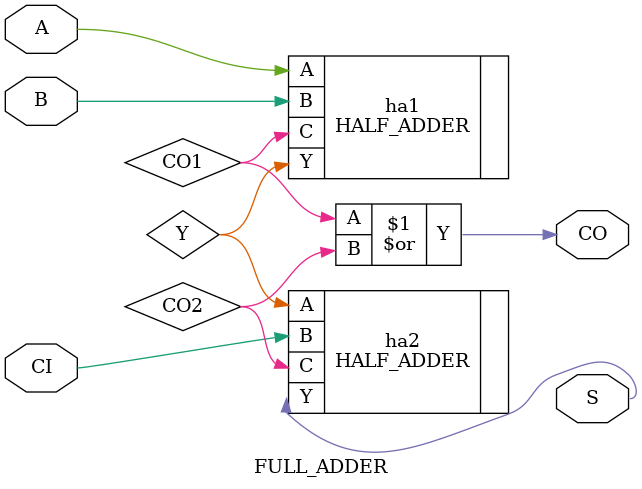
<source format=v>
`include "prj_definition.v"

module FULL_ADDER(S,CO,A,B, CI);
output S,CO;
input A,B, CI;

// half adder 1
//assign Y = A ^ B;
//assign CO1 = A & B;

// half adder 2
//assign S = Y ^ CI;
//assign CO2 = Y & CI;

//assign CO = CO1 | CO2;

wire Y, CO1, CO2;
HALF_ADDER ha1(.Y(Y), .C(CO1), .A(A), .B(B));
HALF_ADDER ha2(.Y(S), .C(CO2), .A(Y), .B(CI));
assign CO = CO1 | CO2;

endmodule

</source>
